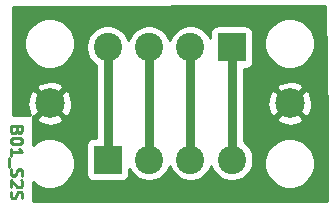
<source format=gbr>
G04 #@! TF.GenerationSoftware,KiCad,Pcbnew,5.1.5-52549c5~86~ubuntu18.04.1*
G04 #@! TF.CreationDate,2020-09-05T13:09:40-05:00*
G04 #@! TF.ProjectId,B01,4230312e-6b69-4636-9164-5f7063625858,rev?*
G04 #@! TF.SameCoordinates,Original*
G04 #@! TF.FileFunction,Copper,L1,Top*
G04 #@! TF.FilePolarity,Positive*
%FSLAX46Y46*%
G04 Gerber Fmt 4.6, Leading zero omitted, Abs format (unit mm)*
G04 Created by KiCad (PCBNEW 5.1.5-52549c5~86~ubuntu18.04.1) date 2020-09-05 13:09:40*
%MOMM*%
%LPD*%
G04 APERTURE LIST*
%ADD10C,0.250000*%
%ADD11C,2.400000*%
%ADD12R,2.400000X2.400000*%
%ADD13C,2.499360*%
%ADD14C,0.750000*%
%ADD15C,0.254000*%
G04 APERTURE END LIST*
D10*
X21026428Y-31167723D02*
X20978809Y-31310580D01*
X20931190Y-31358200D01*
X20835952Y-31405819D01*
X20693095Y-31405819D01*
X20597857Y-31358200D01*
X20550238Y-31310580D01*
X20502619Y-31215342D01*
X20502619Y-30834390D01*
X21502619Y-30834390D01*
X21502619Y-31167723D01*
X21455000Y-31262961D01*
X21407380Y-31310580D01*
X21312142Y-31358200D01*
X21216904Y-31358200D01*
X21121666Y-31310580D01*
X21074047Y-31262961D01*
X21026428Y-31167723D01*
X21026428Y-30834390D01*
X21502619Y-32024866D02*
X21502619Y-32120104D01*
X21455000Y-32215342D01*
X21407380Y-32262961D01*
X21312142Y-32310580D01*
X21121666Y-32358200D01*
X20883571Y-32358200D01*
X20693095Y-32310580D01*
X20597857Y-32262961D01*
X20550238Y-32215342D01*
X20502619Y-32120104D01*
X20502619Y-32024866D01*
X20550238Y-31929628D01*
X20597857Y-31882009D01*
X20693095Y-31834390D01*
X20883571Y-31786771D01*
X21121666Y-31786771D01*
X21312142Y-31834390D01*
X21407380Y-31882009D01*
X21455000Y-31929628D01*
X21502619Y-32024866D01*
X20502619Y-33310580D02*
X20502619Y-32739152D01*
X20502619Y-33024866D02*
X21502619Y-33024866D01*
X21359761Y-32929628D01*
X21264523Y-32834390D01*
X21216904Y-32739152D01*
X20407380Y-33501057D02*
X20407380Y-34262961D01*
X20550238Y-34453438D02*
X20502619Y-34596295D01*
X20502619Y-34834390D01*
X20550238Y-34929628D01*
X20597857Y-34977247D01*
X20693095Y-35024866D01*
X20788333Y-35024866D01*
X20883571Y-34977247D01*
X20931190Y-34929628D01*
X20978809Y-34834390D01*
X21026428Y-34643914D01*
X21074047Y-34548676D01*
X21121666Y-34501057D01*
X21216904Y-34453438D01*
X21312142Y-34453438D01*
X21407380Y-34501057D01*
X21455000Y-34548676D01*
X21502619Y-34643914D01*
X21502619Y-34882009D01*
X21455000Y-35024866D01*
X21407380Y-35405819D02*
X21455000Y-35453438D01*
X21502619Y-35548676D01*
X21502619Y-35786771D01*
X21455000Y-35882009D01*
X21407380Y-35929628D01*
X21312142Y-35977247D01*
X21216904Y-35977247D01*
X21074047Y-35929628D01*
X20502619Y-35358200D01*
X20502619Y-35977247D01*
X20550238Y-36358200D02*
X20502619Y-36501057D01*
X20502619Y-36739152D01*
X20550238Y-36834390D01*
X20597857Y-36882009D01*
X20693095Y-36929628D01*
X20788333Y-36929628D01*
X20883571Y-36882009D01*
X20931190Y-36834390D01*
X20978809Y-36739152D01*
X21026428Y-36548676D01*
X21074047Y-36453438D01*
X21121666Y-36405819D01*
X21216904Y-36358200D01*
X21312142Y-36358200D01*
X21407380Y-36405819D01*
X21455000Y-36453438D01*
X21502619Y-36548676D01*
X21502619Y-36786771D01*
X21455000Y-36929628D01*
D11*
X28720000Y-24130000D03*
X32220000Y-24130000D03*
X35720000Y-24130000D03*
D12*
X39220000Y-24130000D03*
D11*
X39220000Y-33650000D03*
X35720000Y-33650000D03*
X32220000Y-33650000D03*
D12*
X28720000Y-33650000D03*
D13*
X44130000Y-28890000D03*
X23810000Y-28890000D03*
D14*
X39220000Y-33650000D02*
X39220000Y-24130000D01*
X35720000Y-31952944D02*
X35720000Y-24130000D01*
X35720000Y-33650000D02*
X35720000Y-31952944D01*
X32220000Y-33650000D02*
X32220000Y-24130000D01*
X28720000Y-33650000D02*
X28720000Y-24130000D01*
D15*
G36*
X47280001Y-30655467D02*
G01*
X47280001Y-37120000D01*
X22372500Y-37120000D01*
X22372500Y-35551846D01*
X22449017Y-35628363D01*
X22798698Y-35862012D01*
X23187244Y-36022953D01*
X23599721Y-36105000D01*
X24020279Y-36105000D01*
X24432756Y-36022953D01*
X24821302Y-35862012D01*
X25170983Y-35628363D01*
X25468363Y-35330983D01*
X25702012Y-34981302D01*
X25862953Y-34592756D01*
X25945000Y-34180279D01*
X25945000Y-33759721D01*
X25862953Y-33347244D01*
X25702012Y-32958698D01*
X25468363Y-32609017D01*
X25309346Y-32450000D01*
X26881928Y-32450000D01*
X26881928Y-34850000D01*
X26894188Y-34974482D01*
X26930498Y-35094180D01*
X26989463Y-35204494D01*
X27068815Y-35301185D01*
X27165506Y-35380537D01*
X27275820Y-35439502D01*
X27395518Y-35475812D01*
X27520000Y-35488072D01*
X29920000Y-35488072D01*
X30044482Y-35475812D01*
X30164180Y-35439502D01*
X30274494Y-35380537D01*
X30371185Y-35301185D01*
X30450537Y-35204494D01*
X30509502Y-35094180D01*
X30545812Y-34974482D01*
X30558072Y-34850000D01*
X30558072Y-34432838D01*
X30593844Y-34519199D01*
X30794662Y-34819744D01*
X31050256Y-35075338D01*
X31350801Y-35276156D01*
X31684750Y-35414482D01*
X32039268Y-35485000D01*
X32400732Y-35485000D01*
X32755250Y-35414482D01*
X33089199Y-35276156D01*
X33389744Y-35075338D01*
X33645338Y-34819744D01*
X33846156Y-34519199D01*
X33970000Y-34220213D01*
X34093844Y-34519199D01*
X34294662Y-34819744D01*
X34550256Y-35075338D01*
X34850801Y-35276156D01*
X35184750Y-35414482D01*
X35539268Y-35485000D01*
X35900732Y-35485000D01*
X36255250Y-35414482D01*
X36589199Y-35276156D01*
X36889744Y-35075338D01*
X37145338Y-34819744D01*
X37346156Y-34519199D01*
X37470000Y-34220213D01*
X37593844Y-34519199D01*
X37794662Y-34819744D01*
X38050256Y-35075338D01*
X38350801Y-35276156D01*
X38684750Y-35414482D01*
X39039268Y-35485000D01*
X39400732Y-35485000D01*
X39755250Y-35414482D01*
X40089199Y-35276156D01*
X40389744Y-35075338D01*
X40645338Y-34819744D01*
X40846156Y-34519199D01*
X40984482Y-34185250D01*
X41055000Y-33830732D01*
X41055000Y-33759721D01*
X41995000Y-33759721D01*
X41995000Y-34180279D01*
X42077047Y-34592756D01*
X42237988Y-34981302D01*
X42471637Y-35330983D01*
X42769017Y-35628363D01*
X43118698Y-35862012D01*
X43507244Y-36022953D01*
X43919721Y-36105000D01*
X44340279Y-36105000D01*
X44752756Y-36022953D01*
X45141302Y-35862012D01*
X45490983Y-35628363D01*
X45788363Y-35330983D01*
X46022012Y-34981302D01*
X46182953Y-34592756D01*
X46265000Y-34180279D01*
X46265000Y-33759721D01*
X46182953Y-33347244D01*
X46022012Y-32958698D01*
X45788363Y-32609017D01*
X45490983Y-32311637D01*
X45141302Y-32077988D01*
X44752756Y-31917047D01*
X44340279Y-31835000D01*
X43919721Y-31835000D01*
X43507244Y-31917047D01*
X43118698Y-32077988D01*
X42769017Y-32311637D01*
X42471637Y-32609017D01*
X42237988Y-32958698D01*
X42077047Y-33347244D01*
X41995000Y-33759721D01*
X41055000Y-33759721D01*
X41055000Y-33469268D01*
X40984482Y-33114750D01*
X40846156Y-32780801D01*
X40645338Y-32480256D01*
X40389744Y-32224662D01*
X40230000Y-32117924D01*
X40230000Y-30203377D01*
X42996229Y-30203377D01*
X43122104Y-30493315D01*
X43454262Y-30659139D01*
X43812387Y-30756975D01*
X44182719Y-30783065D01*
X44551025Y-30736405D01*
X44903151Y-30618789D01*
X45137896Y-30493315D01*
X45263771Y-30203377D01*
X44130000Y-29069605D01*
X42996229Y-30203377D01*
X40230000Y-30203377D01*
X40230000Y-28942719D01*
X42236935Y-28942719D01*
X42283595Y-29311025D01*
X42401211Y-29663151D01*
X42526685Y-29897896D01*
X42816623Y-30023771D01*
X43950395Y-28890000D01*
X44309605Y-28890000D01*
X45443377Y-30023771D01*
X45733315Y-29897896D01*
X45899139Y-29565738D01*
X45996975Y-29207613D01*
X46023065Y-28837281D01*
X45976405Y-28468975D01*
X45858789Y-28116849D01*
X45733315Y-27882104D01*
X45443377Y-27756229D01*
X44309605Y-28890000D01*
X43950395Y-28890000D01*
X42816623Y-27756229D01*
X42526685Y-27882104D01*
X42360861Y-28214262D01*
X42263025Y-28572387D01*
X42236935Y-28942719D01*
X40230000Y-28942719D01*
X40230000Y-27576623D01*
X42996229Y-27576623D01*
X44130000Y-28710395D01*
X45263771Y-27576623D01*
X45137896Y-27286685D01*
X44805738Y-27120861D01*
X44447613Y-27023025D01*
X44077281Y-26996935D01*
X43708975Y-27043595D01*
X43356849Y-27161211D01*
X43122104Y-27286685D01*
X42996229Y-27576623D01*
X40230000Y-27576623D01*
X40230000Y-25968072D01*
X40420000Y-25968072D01*
X40544482Y-25955812D01*
X40664180Y-25919502D01*
X40774494Y-25860537D01*
X40871185Y-25781185D01*
X40950537Y-25684494D01*
X41009502Y-25574180D01*
X41045812Y-25454482D01*
X41058072Y-25330000D01*
X41058072Y-23599721D01*
X41995000Y-23599721D01*
X41995000Y-24020279D01*
X42077047Y-24432756D01*
X42237988Y-24821302D01*
X42471637Y-25170983D01*
X42769017Y-25468363D01*
X43118698Y-25702012D01*
X43507244Y-25862953D01*
X43919721Y-25945000D01*
X44340279Y-25945000D01*
X44752756Y-25862953D01*
X45141302Y-25702012D01*
X45490983Y-25468363D01*
X45788363Y-25170983D01*
X46022012Y-24821302D01*
X46182953Y-24432756D01*
X46265000Y-24020279D01*
X46265000Y-23599721D01*
X46182953Y-23187244D01*
X46022012Y-22798698D01*
X45788363Y-22449017D01*
X45490983Y-22151637D01*
X45141302Y-21917988D01*
X44752756Y-21757047D01*
X44340279Y-21675000D01*
X43919721Y-21675000D01*
X43507244Y-21757047D01*
X43118698Y-21917988D01*
X42769017Y-22151637D01*
X42471637Y-22449017D01*
X42237988Y-22798698D01*
X42077047Y-23187244D01*
X41995000Y-23599721D01*
X41058072Y-23599721D01*
X41058072Y-22930000D01*
X41045812Y-22805518D01*
X41009502Y-22685820D01*
X40950537Y-22575506D01*
X40871185Y-22478815D01*
X40774494Y-22399463D01*
X40664180Y-22340498D01*
X40544482Y-22304188D01*
X40420000Y-22291928D01*
X38020000Y-22291928D01*
X37895518Y-22304188D01*
X37775820Y-22340498D01*
X37665506Y-22399463D01*
X37568815Y-22478815D01*
X37489463Y-22575506D01*
X37430498Y-22685820D01*
X37394188Y-22805518D01*
X37381928Y-22930000D01*
X37381928Y-23347162D01*
X37346156Y-23260801D01*
X37145338Y-22960256D01*
X36889744Y-22704662D01*
X36589199Y-22503844D01*
X36255250Y-22365518D01*
X35900732Y-22295000D01*
X35539268Y-22295000D01*
X35184750Y-22365518D01*
X34850801Y-22503844D01*
X34550256Y-22704662D01*
X34294662Y-22960256D01*
X34093844Y-23260801D01*
X33970000Y-23559787D01*
X33846156Y-23260801D01*
X33645338Y-22960256D01*
X33389744Y-22704662D01*
X33089199Y-22503844D01*
X32755250Y-22365518D01*
X32400732Y-22295000D01*
X32039268Y-22295000D01*
X31684750Y-22365518D01*
X31350801Y-22503844D01*
X31050256Y-22704662D01*
X30794662Y-22960256D01*
X30593844Y-23260801D01*
X30470000Y-23559787D01*
X30346156Y-23260801D01*
X30145338Y-22960256D01*
X29889744Y-22704662D01*
X29589199Y-22503844D01*
X29255250Y-22365518D01*
X28900732Y-22295000D01*
X28539268Y-22295000D01*
X28184750Y-22365518D01*
X27850801Y-22503844D01*
X27550256Y-22704662D01*
X27294662Y-22960256D01*
X27093844Y-23260801D01*
X26955518Y-23594750D01*
X26885000Y-23949268D01*
X26885000Y-24310732D01*
X26955518Y-24665250D01*
X27093844Y-24999199D01*
X27294662Y-25299744D01*
X27550256Y-25555338D01*
X27710001Y-25662076D01*
X27710000Y-31811928D01*
X27520000Y-31811928D01*
X27395518Y-31824188D01*
X27275820Y-31860498D01*
X27165506Y-31919463D01*
X27068815Y-31998815D01*
X26989463Y-32095506D01*
X26930498Y-32205820D01*
X26894188Y-32325518D01*
X26881928Y-32450000D01*
X25309346Y-32450000D01*
X25170983Y-32311637D01*
X24821302Y-32077988D01*
X24432756Y-31917047D01*
X24020279Y-31835000D01*
X23599721Y-31835000D01*
X23187244Y-31917047D01*
X22798698Y-32077988D01*
X22449017Y-32311637D01*
X22372500Y-32388154D01*
X22372500Y-30203377D01*
X22676229Y-30203377D01*
X22802104Y-30493315D01*
X23134262Y-30659139D01*
X23492387Y-30756975D01*
X23862719Y-30783065D01*
X24231025Y-30736405D01*
X24583151Y-30618789D01*
X24817896Y-30493315D01*
X24943771Y-30203377D01*
X23810000Y-29069605D01*
X22676229Y-30203377D01*
X22372500Y-30203377D01*
X22372500Y-29969884D01*
X22496623Y-30023771D01*
X23630395Y-28890000D01*
X23989605Y-28890000D01*
X25123377Y-30023771D01*
X25413315Y-29897896D01*
X25579139Y-29565738D01*
X25676975Y-29207613D01*
X25703065Y-28837281D01*
X25656405Y-28468975D01*
X25538789Y-28116849D01*
X25413315Y-27882104D01*
X25123377Y-27756229D01*
X23989605Y-28890000D01*
X23630395Y-28890000D01*
X22496623Y-27756229D01*
X22206685Y-27882104D01*
X22040861Y-28214262D01*
X21943025Y-28572387D01*
X21916935Y-28942719D01*
X21963595Y-29311025D01*
X22081211Y-29663151D01*
X22173759Y-29836295D01*
X20726400Y-29836295D01*
X20726400Y-27576623D01*
X22676229Y-27576623D01*
X23810000Y-28710395D01*
X24943771Y-27576623D01*
X24817896Y-27286685D01*
X24485738Y-27120861D01*
X24127613Y-27023025D01*
X23757281Y-26996935D01*
X23388975Y-27043595D01*
X23036849Y-27161211D01*
X22802104Y-27286685D01*
X22676229Y-27576623D01*
X20726400Y-27576623D01*
X20726400Y-23599721D01*
X21675000Y-23599721D01*
X21675000Y-24020279D01*
X21757047Y-24432756D01*
X21917988Y-24821302D01*
X22151637Y-25170983D01*
X22449017Y-25468363D01*
X22798698Y-25702012D01*
X23187244Y-25862953D01*
X23599721Y-25945000D01*
X24020279Y-25945000D01*
X24432756Y-25862953D01*
X24821302Y-25702012D01*
X25170983Y-25468363D01*
X25468363Y-25170983D01*
X25702012Y-24821302D01*
X25862953Y-24432756D01*
X25945000Y-24020279D01*
X25945000Y-23599721D01*
X25862953Y-23187244D01*
X25702012Y-22798698D01*
X25468363Y-22449017D01*
X25170983Y-22151637D01*
X24821302Y-21917988D01*
X24432756Y-21757047D01*
X24020279Y-21675000D01*
X23599721Y-21675000D01*
X23187244Y-21757047D01*
X22798698Y-21917988D01*
X22449017Y-22151637D01*
X22151637Y-22449017D01*
X21917988Y-22798698D01*
X21757047Y-23187244D01*
X21675000Y-23599721D01*
X20726400Y-23599721D01*
X20726400Y-20700879D01*
X47144119Y-20675719D01*
X47280001Y-30655467D01*
G37*
X47280001Y-30655467D02*
X47280001Y-37120000D01*
X22372500Y-37120000D01*
X22372500Y-35551846D01*
X22449017Y-35628363D01*
X22798698Y-35862012D01*
X23187244Y-36022953D01*
X23599721Y-36105000D01*
X24020279Y-36105000D01*
X24432756Y-36022953D01*
X24821302Y-35862012D01*
X25170983Y-35628363D01*
X25468363Y-35330983D01*
X25702012Y-34981302D01*
X25862953Y-34592756D01*
X25945000Y-34180279D01*
X25945000Y-33759721D01*
X25862953Y-33347244D01*
X25702012Y-32958698D01*
X25468363Y-32609017D01*
X25309346Y-32450000D01*
X26881928Y-32450000D01*
X26881928Y-34850000D01*
X26894188Y-34974482D01*
X26930498Y-35094180D01*
X26989463Y-35204494D01*
X27068815Y-35301185D01*
X27165506Y-35380537D01*
X27275820Y-35439502D01*
X27395518Y-35475812D01*
X27520000Y-35488072D01*
X29920000Y-35488072D01*
X30044482Y-35475812D01*
X30164180Y-35439502D01*
X30274494Y-35380537D01*
X30371185Y-35301185D01*
X30450537Y-35204494D01*
X30509502Y-35094180D01*
X30545812Y-34974482D01*
X30558072Y-34850000D01*
X30558072Y-34432838D01*
X30593844Y-34519199D01*
X30794662Y-34819744D01*
X31050256Y-35075338D01*
X31350801Y-35276156D01*
X31684750Y-35414482D01*
X32039268Y-35485000D01*
X32400732Y-35485000D01*
X32755250Y-35414482D01*
X33089199Y-35276156D01*
X33389744Y-35075338D01*
X33645338Y-34819744D01*
X33846156Y-34519199D01*
X33970000Y-34220213D01*
X34093844Y-34519199D01*
X34294662Y-34819744D01*
X34550256Y-35075338D01*
X34850801Y-35276156D01*
X35184750Y-35414482D01*
X35539268Y-35485000D01*
X35900732Y-35485000D01*
X36255250Y-35414482D01*
X36589199Y-35276156D01*
X36889744Y-35075338D01*
X37145338Y-34819744D01*
X37346156Y-34519199D01*
X37470000Y-34220213D01*
X37593844Y-34519199D01*
X37794662Y-34819744D01*
X38050256Y-35075338D01*
X38350801Y-35276156D01*
X38684750Y-35414482D01*
X39039268Y-35485000D01*
X39400732Y-35485000D01*
X39755250Y-35414482D01*
X40089199Y-35276156D01*
X40389744Y-35075338D01*
X40645338Y-34819744D01*
X40846156Y-34519199D01*
X40984482Y-34185250D01*
X41055000Y-33830732D01*
X41055000Y-33759721D01*
X41995000Y-33759721D01*
X41995000Y-34180279D01*
X42077047Y-34592756D01*
X42237988Y-34981302D01*
X42471637Y-35330983D01*
X42769017Y-35628363D01*
X43118698Y-35862012D01*
X43507244Y-36022953D01*
X43919721Y-36105000D01*
X44340279Y-36105000D01*
X44752756Y-36022953D01*
X45141302Y-35862012D01*
X45490983Y-35628363D01*
X45788363Y-35330983D01*
X46022012Y-34981302D01*
X46182953Y-34592756D01*
X46265000Y-34180279D01*
X46265000Y-33759721D01*
X46182953Y-33347244D01*
X46022012Y-32958698D01*
X45788363Y-32609017D01*
X45490983Y-32311637D01*
X45141302Y-32077988D01*
X44752756Y-31917047D01*
X44340279Y-31835000D01*
X43919721Y-31835000D01*
X43507244Y-31917047D01*
X43118698Y-32077988D01*
X42769017Y-32311637D01*
X42471637Y-32609017D01*
X42237988Y-32958698D01*
X42077047Y-33347244D01*
X41995000Y-33759721D01*
X41055000Y-33759721D01*
X41055000Y-33469268D01*
X40984482Y-33114750D01*
X40846156Y-32780801D01*
X40645338Y-32480256D01*
X40389744Y-32224662D01*
X40230000Y-32117924D01*
X40230000Y-30203377D01*
X42996229Y-30203377D01*
X43122104Y-30493315D01*
X43454262Y-30659139D01*
X43812387Y-30756975D01*
X44182719Y-30783065D01*
X44551025Y-30736405D01*
X44903151Y-30618789D01*
X45137896Y-30493315D01*
X45263771Y-30203377D01*
X44130000Y-29069605D01*
X42996229Y-30203377D01*
X40230000Y-30203377D01*
X40230000Y-28942719D01*
X42236935Y-28942719D01*
X42283595Y-29311025D01*
X42401211Y-29663151D01*
X42526685Y-29897896D01*
X42816623Y-30023771D01*
X43950395Y-28890000D01*
X44309605Y-28890000D01*
X45443377Y-30023771D01*
X45733315Y-29897896D01*
X45899139Y-29565738D01*
X45996975Y-29207613D01*
X46023065Y-28837281D01*
X45976405Y-28468975D01*
X45858789Y-28116849D01*
X45733315Y-27882104D01*
X45443377Y-27756229D01*
X44309605Y-28890000D01*
X43950395Y-28890000D01*
X42816623Y-27756229D01*
X42526685Y-27882104D01*
X42360861Y-28214262D01*
X42263025Y-28572387D01*
X42236935Y-28942719D01*
X40230000Y-28942719D01*
X40230000Y-27576623D01*
X42996229Y-27576623D01*
X44130000Y-28710395D01*
X45263771Y-27576623D01*
X45137896Y-27286685D01*
X44805738Y-27120861D01*
X44447613Y-27023025D01*
X44077281Y-26996935D01*
X43708975Y-27043595D01*
X43356849Y-27161211D01*
X43122104Y-27286685D01*
X42996229Y-27576623D01*
X40230000Y-27576623D01*
X40230000Y-25968072D01*
X40420000Y-25968072D01*
X40544482Y-25955812D01*
X40664180Y-25919502D01*
X40774494Y-25860537D01*
X40871185Y-25781185D01*
X40950537Y-25684494D01*
X41009502Y-25574180D01*
X41045812Y-25454482D01*
X41058072Y-25330000D01*
X41058072Y-23599721D01*
X41995000Y-23599721D01*
X41995000Y-24020279D01*
X42077047Y-24432756D01*
X42237988Y-24821302D01*
X42471637Y-25170983D01*
X42769017Y-25468363D01*
X43118698Y-25702012D01*
X43507244Y-25862953D01*
X43919721Y-25945000D01*
X44340279Y-25945000D01*
X44752756Y-25862953D01*
X45141302Y-25702012D01*
X45490983Y-25468363D01*
X45788363Y-25170983D01*
X46022012Y-24821302D01*
X46182953Y-24432756D01*
X46265000Y-24020279D01*
X46265000Y-23599721D01*
X46182953Y-23187244D01*
X46022012Y-22798698D01*
X45788363Y-22449017D01*
X45490983Y-22151637D01*
X45141302Y-21917988D01*
X44752756Y-21757047D01*
X44340279Y-21675000D01*
X43919721Y-21675000D01*
X43507244Y-21757047D01*
X43118698Y-21917988D01*
X42769017Y-22151637D01*
X42471637Y-22449017D01*
X42237988Y-22798698D01*
X42077047Y-23187244D01*
X41995000Y-23599721D01*
X41058072Y-23599721D01*
X41058072Y-22930000D01*
X41045812Y-22805518D01*
X41009502Y-22685820D01*
X40950537Y-22575506D01*
X40871185Y-22478815D01*
X40774494Y-22399463D01*
X40664180Y-22340498D01*
X40544482Y-22304188D01*
X40420000Y-22291928D01*
X38020000Y-22291928D01*
X37895518Y-22304188D01*
X37775820Y-22340498D01*
X37665506Y-22399463D01*
X37568815Y-22478815D01*
X37489463Y-22575506D01*
X37430498Y-22685820D01*
X37394188Y-22805518D01*
X37381928Y-22930000D01*
X37381928Y-23347162D01*
X37346156Y-23260801D01*
X37145338Y-22960256D01*
X36889744Y-22704662D01*
X36589199Y-22503844D01*
X36255250Y-22365518D01*
X35900732Y-22295000D01*
X35539268Y-22295000D01*
X35184750Y-22365518D01*
X34850801Y-22503844D01*
X34550256Y-22704662D01*
X34294662Y-22960256D01*
X34093844Y-23260801D01*
X33970000Y-23559787D01*
X33846156Y-23260801D01*
X33645338Y-22960256D01*
X33389744Y-22704662D01*
X33089199Y-22503844D01*
X32755250Y-22365518D01*
X32400732Y-22295000D01*
X32039268Y-22295000D01*
X31684750Y-22365518D01*
X31350801Y-22503844D01*
X31050256Y-22704662D01*
X30794662Y-22960256D01*
X30593844Y-23260801D01*
X30470000Y-23559787D01*
X30346156Y-23260801D01*
X30145338Y-22960256D01*
X29889744Y-22704662D01*
X29589199Y-22503844D01*
X29255250Y-22365518D01*
X28900732Y-22295000D01*
X28539268Y-22295000D01*
X28184750Y-22365518D01*
X27850801Y-22503844D01*
X27550256Y-22704662D01*
X27294662Y-22960256D01*
X27093844Y-23260801D01*
X26955518Y-23594750D01*
X26885000Y-23949268D01*
X26885000Y-24310732D01*
X26955518Y-24665250D01*
X27093844Y-24999199D01*
X27294662Y-25299744D01*
X27550256Y-25555338D01*
X27710001Y-25662076D01*
X27710000Y-31811928D01*
X27520000Y-31811928D01*
X27395518Y-31824188D01*
X27275820Y-31860498D01*
X27165506Y-31919463D01*
X27068815Y-31998815D01*
X26989463Y-32095506D01*
X26930498Y-32205820D01*
X26894188Y-32325518D01*
X26881928Y-32450000D01*
X25309346Y-32450000D01*
X25170983Y-32311637D01*
X24821302Y-32077988D01*
X24432756Y-31917047D01*
X24020279Y-31835000D01*
X23599721Y-31835000D01*
X23187244Y-31917047D01*
X22798698Y-32077988D01*
X22449017Y-32311637D01*
X22372500Y-32388154D01*
X22372500Y-30203377D01*
X22676229Y-30203377D01*
X22802104Y-30493315D01*
X23134262Y-30659139D01*
X23492387Y-30756975D01*
X23862719Y-30783065D01*
X24231025Y-30736405D01*
X24583151Y-30618789D01*
X24817896Y-30493315D01*
X24943771Y-30203377D01*
X23810000Y-29069605D01*
X22676229Y-30203377D01*
X22372500Y-30203377D01*
X22372500Y-29969884D01*
X22496623Y-30023771D01*
X23630395Y-28890000D01*
X23989605Y-28890000D01*
X25123377Y-30023771D01*
X25413315Y-29897896D01*
X25579139Y-29565738D01*
X25676975Y-29207613D01*
X25703065Y-28837281D01*
X25656405Y-28468975D01*
X25538789Y-28116849D01*
X25413315Y-27882104D01*
X25123377Y-27756229D01*
X23989605Y-28890000D01*
X23630395Y-28890000D01*
X22496623Y-27756229D01*
X22206685Y-27882104D01*
X22040861Y-28214262D01*
X21943025Y-28572387D01*
X21916935Y-28942719D01*
X21963595Y-29311025D01*
X22081211Y-29663151D01*
X22173759Y-29836295D01*
X20726400Y-29836295D01*
X20726400Y-27576623D01*
X22676229Y-27576623D01*
X23810000Y-28710395D01*
X24943771Y-27576623D01*
X24817896Y-27286685D01*
X24485738Y-27120861D01*
X24127613Y-27023025D01*
X23757281Y-26996935D01*
X23388975Y-27043595D01*
X23036849Y-27161211D01*
X22802104Y-27286685D01*
X22676229Y-27576623D01*
X20726400Y-27576623D01*
X20726400Y-23599721D01*
X21675000Y-23599721D01*
X21675000Y-24020279D01*
X21757047Y-24432756D01*
X21917988Y-24821302D01*
X22151637Y-25170983D01*
X22449017Y-25468363D01*
X22798698Y-25702012D01*
X23187244Y-25862953D01*
X23599721Y-25945000D01*
X24020279Y-25945000D01*
X24432756Y-25862953D01*
X24821302Y-25702012D01*
X25170983Y-25468363D01*
X25468363Y-25170983D01*
X25702012Y-24821302D01*
X25862953Y-24432756D01*
X25945000Y-24020279D01*
X25945000Y-23599721D01*
X25862953Y-23187244D01*
X25702012Y-22798698D01*
X25468363Y-22449017D01*
X25170983Y-22151637D01*
X24821302Y-21917988D01*
X24432756Y-21757047D01*
X24020279Y-21675000D01*
X23599721Y-21675000D01*
X23187244Y-21757047D01*
X22798698Y-21917988D01*
X22449017Y-22151637D01*
X22151637Y-22449017D01*
X21917988Y-22798698D01*
X21757047Y-23187244D01*
X21675000Y-23599721D01*
X20726400Y-23599721D01*
X20726400Y-20700879D01*
X47144119Y-20675719D01*
X47280001Y-30655467D01*
M02*

</source>
